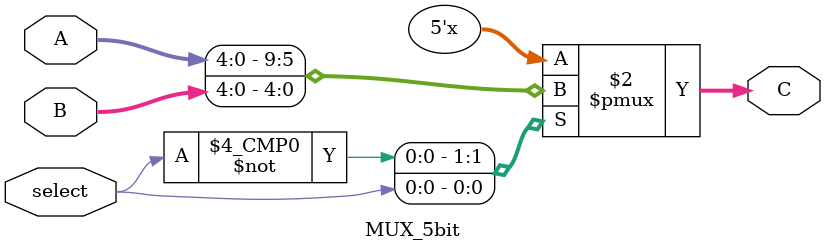
<source format=v>
`timescale 1ns / 1ps

module MUX_5bit(A, B, C, select);
    input [4:0] A, B;
    output reg [4:0] C;
    input select;
   
    always @ (A, B, select)
    begin 
        case (select)
            0: C = A;
            1: C = B;
        endcase
    end
endmodule

</source>
